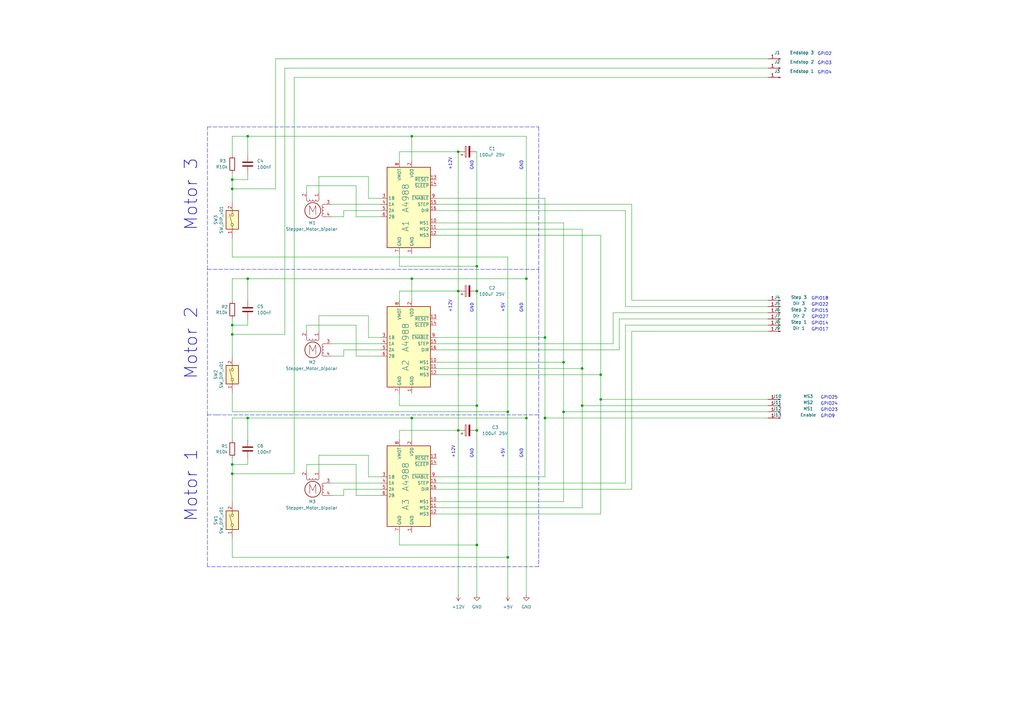
<source format=kicad_sch>
(kicad_sch (version 20211123) (generator eeschema)
  (paper "A3")
  (lib_symbols
    (symbol "Connector:Conn_01x01_Male" (pin_names (offset 1.016) hide)
      (property "Reference" "J" (at 0 2.54 0))
      (property "Value" "Conn_01x01_Male" (at 0 -2.54 0))
      (symbol "Conn_01x01_Male_1_1"
        (polyline (pts (xy 1.27 0) (xy 0.8636 0)) (stroke (width 0.1524)))
        (rectangle (start 0.8636 0.127) (end 0 -0.127) (stroke (width 0.1524)) (fill (type outline)))
        (pin passive line (at 5.08 0 180) (length 3.81) (name "Pin_1") (number "1"))
      )
    )
    (symbol "Device:C" (pin_numbers hide) (pin_names (offset 0.254))
      (property "Reference" "C" (at 0.635 2.54 0))
      (property "Value" "C" (at 0.635 -2.54 0))
      (symbol "C_0_1"
        (polyline (pts (xy -2.032 -0.762) (xy 2.032 -0.762)) (stroke (width 0.508)))
        (polyline (pts (xy -2.032 0.762) (xy 2.032 0.762)) (stroke (width 0.508)))
      )
      (symbol "C_1_1"
        (pin passive line (at 0 3.81 270) (length 2.794) (name "~") (number "1"))
        (pin passive line (at 0 -3.81 90) (length 2.794) (name "~") (number "2"))
      )
    )
    (symbol "Device:CP" (pin_numbers hide) (pin_names (offset 0.254))
      (property "Reference" "C" (at 0.635 2.54 0))
      (property "Value" "Device_CP" (at 0.635 -2.54 0))
      (symbol "CP_0_1"
        (rectangle (start -2.286 0.508) (end 2.286 1.016))
        (polyline (pts (xy -1.778 2.286) (xy -0.762 2.286)))
        (polyline (pts (xy -1.27 2.794) (xy -1.27 1.778)))
        (rectangle (start 2.286 -0.508) (end -2.286 -1.016) (fill (type outline)))
      )
      (symbol "CP_1_1"
        (pin passive line (at 0 3.81 270) (length 2.794) (name "~") (number "1"))
        (pin passive line (at 0 -3.81 90) (length 2.794) (name "~") (number "2"))
      )
    )
    (symbol "Device:R" (pin_numbers hide) (pin_names (offset 0))
      (property "Reference" "R" (at 2.032 0 90))
      (property "Value" "R" (at 0 0 90))
      (symbol "R_0_1"
        (rectangle (start -1.016 -2.54) (end 1.016 2.54) (stroke (width 0.254)))
      )
      (symbol "R_1_1"
        (pin passive line (at 0 3.81 270) (length 1.27) (name "~") (number "1"))
        (pin passive line (at 0 -3.81 90) (length 1.27) (name "~") (number "2"))
      )
    )
    (symbol "Driver_Motor:Pololu_Breakout_A4988"
      (property "Reference" "A" (at -2.54 19.05 0))
      (property "Value" "Pololu_Breakout_A4988" (at -2.54 16.51 0))
      (symbol "Pololu_Breakout_A4988_0_1"
        (rectangle (start 10.16 -17.78) (end -7.62 15.24) (stroke (width 0.254)) (fill (type background)))
      )
      (symbol "Pololu_Breakout_A4988_1_1"
        (pin power_in line (at 0 -20.32 90) (length 2.54) (name "GND") (number "1"))
        (pin input line (at -10.16 -7.62 0) (length 2.54) (name "MS1") (number "10"))
        (pin input line (at -10.16 -10.16 0) (length 2.54) (name "MS2") (number "11"))
        (pin input line (at -10.16 -12.7 0) (length 2.54) (name "MS3") (number "12"))
        (pin input line (at -10.16 10.16 0) (length 2.54) (name "~{RESET}") (number "13"))
        (pin input line (at -10.16 7.62 0) (length 2.54) (name "~{SLEEP}") (number "14"))
        (pin input line (at -10.16 0 0) (length 2.54) (name "STEP") (number "15"))
        (pin input line (at -10.16 -2.54 0) (length 2.54) (name "DIR") (number "16"))
        (pin power_in line (at 0 17.78 270) (length 2.54) (name "VDD") (number "2"))
        (pin output line (at 12.7 2.54 180) (length 2.54) (name "1B") (number "3"))
        (pin output line (at 12.7 0 180) (length 2.54) (name "1A") (number "4"))
        (pin output line (at 12.7 -2.54 180) (length 2.54) (name "2A") (number "5"))
        (pin output line (at 12.7 -5.08 180) (length 2.54) (name "2B") (number "6"))
        (pin power_in line (at 5.08 -20.32 90) (length 2.54) (name "GND") (number "7"))
        (pin power_in line (at 5.08 17.78 270) (length 2.54) (name "VMOT") (number "8"))
        (pin input line (at -10.16 2.54 0) (length 2.54) (name "~{ENABLE}") (number "9"))
      )
    )
    (symbol "GND_1" (power) (pin_names (offset 0))
      (property "Value" "GND_1" (at 0 -3.81 0))
      (symbol "GND_1_0_1"
        (polyline (pts (xy 0 0) (xy 0 -1.27) (xy 1.27 -1.27) (xy 0 -2.54) (xy -1.27 -1.27) (xy 0 -1.27)))
      )
      (symbol "GND_1_1_1"
        (pin power_in line (at 0 0 270) (length 0) hide (name "GND") (number "1"))
      )
    )
    (symbol "Motor:Stepper_Motor_bipolar" (pin_names (offset 0) hide)
      (property "Reference" "M" (at 3.81 2.54 0))
      (property "Value" "Stepper_Motor_bipolar" (at 3.81 1.27 0))
      (symbol "Stepper_Motor_bipolar_0_0"
        (polyline (pts (xy -1.27 -1.778) (xy -1.27 2.032) (xy 0 -0.508) (xy 1.27 2.032) (xy 1.27 -1.778)))
      )
      (symbol "Stepper_Motor_bipolar_0_1"
        (arc (start -4.445 -2.54) (mid -3.81 -1.905) (end -4.445 -1.27))
        (arc (start -4.445 -1.27) (mid -3.81 -0.635) (end -4.445 0))
        (arc (start -4.445 0) (mid -3.81 0.635) (end -4.445 1.27))
        (arc (start -4.445 1.27) (mid -3.81 1.905) (end -4.445 2.54))
        (arc (start -2.54 4.445) (mid -1.905 3.81) (end -1.27 4.445))
        (arc (start -1.27 4.445) (mid -0.635 3.81) (end 0 4.445))
        (polyline (pts (xy -5.08 -2.54) (xy -4.445 -2.54)))
        (polyline (pts (xy -5.08 2.54) (xy -4.445 2.54)))
        (polyline (pts (xy -2.54 5.08) (xy -2.54 4.445)))
        (polyline (pts (xy 2.54 5.08) (xy 2.54 4.445)))
        (circle (center 0 0) (radius 3.2512) (stroke (width 0.254)))
        (arc (start 0 4.445) (mid 0.635 3.81) (end 1.27 4.445))
        (arc (start 1.27 4.445) (mid 1.905 3.81) (end 2.54 4.445))
      )
      (symbol "Stepper_Motor_bipolar_1_1"
        (pin passive line (at -2.54 7.62 270) (length 2.54) (name "~") (number "1"))
        (pin passive line (at 2.54 7.62 270) (length 2.54) (name "-") (number "2"))
        (pin passive line (at -7.62 2.54 0) (length 2.54) (name "~") (number "3"))
        (pin passive line (at -7.62 -2.54 0) (length 2.54) (name "~") (number "4"))
      )
    )
    (symbol "Switch:SW_DIP_x01" (pin_names (offset 0) hide)
      (property "Reference" "SW" (at 0 3.81 0))
      (property "Value" "SW_DIP_x01" (at 0 -3.81 0))
      (symbol "SW_DIP_x01_0_0"
        (circle (center -2.032 0) (radius 0.508))
        (polyline (pts (xy -1.524 0.127) (xy 2.3622 1.1684)))
        (circle (center 2.032 0) (radius 0.508))
      )
      (symbol "SW_DIP_x01_0_1"
        (rectangle (start -3.81 2.54) (end 3.81 -2.54) (stroke (width 0.254)) (fill (type background)))
      )
      (symbol "SW_DIP_x01_1_1"
        (pin passive line (at -7.62 0 0) (length 5.08) (name "~") (number "1"))
        (pin passive line (at 7.62 0 180) (length 5.08) (name "~") (number "2"))
      )
    )
    (symbol "power:+12V" (power) (pin_names (offset 0))
      (property "Value" "+12V" (at 0 3.556 0))
      (symbol "+12V_0_1"
        (polyline (pts (xy -0.762 1.27) (xy 0 2.54)))
        (polyline (pts (xy 0 0) (xy 0 2.54)))
        (polyline (pts (xy 0 2.54) (xy 0.762 1.27)))
      )
      (symbol "+12V_1_1"
        (pin power_in line (at 0 0 90) (length 0) hide (name "+12V") (number "1"))
      )
    )
    (symbol "power:+5V" (power) (pin_names (offset 0))
      (property "Value" "+5V" (at 0 3.556 0))
      (symbol "+5V_0_1"
        (polyline (pts (xy -0.762 1.27) (xy 0 2.54)))
        (polyline (pts (xy 0 0) (xy 0 2.54)))
        (polyline (pts (xy 0 2.54) (xy 0.762 1.27)))
      )
      (symbol "+5V_1_1"
        (pin power_in line (at 0 0 90) (length 0) hide (name "+5V") (number "1"))
      )
    )
    (symbol "power:GND" (power) (pin_names (offset 0))
      (property "Value" "GND" (at 0 -3.81 0))
      (symbol "GND_0_1"
        (polyline (pts (xy 0 0) (xy 0 -1.27) (xy 1.27 -1.27) (xy 0 -2.54) (xy -1.27 -1.27) (xy 0 -1.27)))
      )
      (symbol "GND_1_1"
        (pin power_in line (at 0 0 270) (length 0) hide (name "GND") (number "1"))
      )
    )
  )
  (junction (at 101.6 114.3))
  (junction (at 195.58 176.53))
  (junction (at 95.25 77.47))
  (junction (at 246.38 163.83))
  (junction (at 246.38 153.67))
  (junction (at 168.91 114.3))
  (junction (at 238.76 166.37))
  (junction (at 187.96 119.38))
  (junction (at 215.9 171.45))
  (junction (at 168.91 55.88))
  (junction (at 101.6 171.45))
  (junction (at 95.25 194.31))
  (junction (at 95.25 190.5))
  (junction (at 95.25 73.66))
  (junction (at 95.25 133.35))
  (junction (at 223.52 138.43))
  (junction (at 101.6 55.88))
  (junction (at 168.91 171.45))
  (junction (at 215.9 114.3))
  (junction (at 195.58 119.38))
  (junction (at 195.58 109.22))
  (junction (at 187.96 176.53))
  (junction (at 238.76 151.13))
  (junction (at 231.14 168.91))
  (junction (at 223.52 171.45))
  (junction (at 195.58 166.37))
  (junction (at 208.28 228.6))
  (junction (at 195.58 223.52))
  (junction (at 187.96 62.23))
  (junction (at 95.25 137.16))
  (junction (at 231.14 148.59))
  (junction (at 208.28 168.91))
  (wire (pts (xy 187.96 119.38) (xy 187.96 176.53)))
  (polyline (pts (xy 220.98 110.49) (xy 220.98 170.18)))
  (wire (pts (xy 95.25 137.16) (xy 116.84 137.16)))
  (wire (pts (xy 120.65 194.31) (xy 120.65 31.75)))
  (wire (pts (xy 146.05 76.2) (xy 125.73 76.2)))
  (wire (pts (xy 163.83 161.29) (xy 163.83 166.37)))
  (wire (pts (xy 246.38 153.67) (xy 246.38 163.83)))
  (wire (pts (xy 151.13 81.28) (xy 156.21 81.28)))
  (wire (pts (xy 179.07 83.82) (xy 259.08 83.82)))
  (wire (pts (xy 251.46 140.97) (xy 251.46 128.27)))
  (wire (pts (xy 130.81 72.39) (xy 151.13 72.39)))
  (wire (pts (xy 135.89 146.05) (xy 140.97 146.05)))
  (wire (pts (xy 223.52 171.45) (xy 314.96 171.45)))
  (wire (pts (xy 179.07 81.28) (xy 223.52 81.28)))
  (wire (pts (xy 156.21 83.82) (xy 135.89 83.82)))
  (wire (pts (xy 179.07 91.44) (xy 231.14 91.44)))
  (wire (pts (xy 130.81 78.74) (xy 130.81 72.39)))
  (wire (pts (xy 256.54 133.35) (xy 314.96 133.35)))
  (wire (pts (xy 95.25 187.96) (xy 95.25 190.5)))
  (wire (pts (xy 125.73 190.5) (xy 125.73 193.04)))
  (wire (pts (xy 95.25 73.66) (xy 95.25 77.47)))
  (wire (pts (xy 95.25 180.34) (xy 95.25 171.45)))
  (polyline (pts (xy 85.09 110.49) (xy 85.09 52.07)))
  (wire (pts (xy 95.25 228.6) (xy 208.28 228.6)))
  (wire (pts (xy 179.07 208.28) (xy 238.76 208.28)))
  (wire (pts (xy 146.05 190.5) (xy 125.73 190.5)))
  (polyline (pts (xy 220.98 232.41) (xy 85.09 232.41)))
  (wire (pts (xy 238.76 166.37) (xy 314.96 166.37)))
  (wire (pts (xy 259.08 83.82) (xy 259.08 123.19)))
  (wire (pts (xy 179.07 198.12) (xy 256.54 198.12)))
  (wire (pts (xy 163.83 66.04) (xy 163.83 62.23)))
  (wire (pts (xy 195.58 109.22) (xy 195.58 119.38)))
  (wire (pts (xy 95.25 55.88) (xy 95.25 63.5)))
  (wire (pts (xy 146.05 133.35) (xy 125.73 133.35)))
  (wire (pts (xy 179.07 93.98) (xy 238.76 93.98)))
  (wire (pts (xy 168.91 55.88) (xy 168.91 66.04)))
  (wire (pts (xy 95.25 168.91) (xy 208.28 168.91)))
  (wire (pts (xy 179.07 86.36) (xy 256.54 86.36)))
  (wire (pts (xy 151.13 129.54) (xy 151.13 138.43)))
  (wire (pts (xy 95.25 130.81) (xy 95.25 133.35)))
  (wire (pts (xy 231.14 168.91) (xy 231.14 205.74)))
  (wire (pts (xy 95.25 114.3) (xy 101.6 114.3)))
  (wire (pts (xy 259.08 135.89) (xy 314.96 135.89)))
  (wire (pts (xy 179.07 140.97) (xy 251.46 140.97)))
  (wire (pts (xy 156.21 88.9) (xy 146.05 88.9)))
  (wire (pts (xy 101.6 187.96) (xy 101.6 190.5)))
  (polyline (pts (xy 85.09 52.07) (xy 220.98 52.07)))
  (wire (pts (xy 156.21 198.12) (xy 135.89 198.12)))
  (wire (pts (xy 163.83 223.52) (xy 195.58 223.52)))
  (wire (pts (xy 259.08 123.19) (xy 314.96 123.19)))
  (wire (pts (xy 223.52 138.43) (xy 223.52 171.45)))
  (wire (pts (xy 140.97 203.2) (xy 140.97 200.66)))
  (wire (pts (xy 101.6 114.3) (xy 168.91 114.3)))
  (wire (pts (xy 163.83 166.37) (xy 195.58 166.37)))
  (wire (pts (xy 163.83 104.14) (xy 163.83 109.22)))
  (wire (pts (xy 101.6 114.3) (xy 101.6 123.19)))
  (wire (pts (xy 95.25 77.47) (xy 113.03 77.47)))
  (wire (pts (xy 238.76 166.37) (xy 238.76 208.28)))
  (wire (pts (xy 231.14 91.44) (xy 231.14 148.59)))
  (wire (pts (xy 163.83 123.19) (xy 163.83 119.38)))
  (wire (pts (xy 95.25 133.35) (xy 95.25 137.16)))
  (wire (pts (xy 208.28 228.6) (xy 208.28 243.84)))
  (wire (pts (xy 246.38 163.83) (xy 246.38 210.82)))
  (polyline (pts (xy 85.09 232.41) (xy 85.09 170.18)))
  (wire (pts (xy 179.07 151.13) (xy 238.76 151.13)))
  (wire (pts (xy 256.54 198.12) (xy 256.54 133.35)))
  (wire (pts (xy 95.25 97.79) (xy 95.25 105.41)))
  (wire (pts (xy 195.58 176.53) (xy 195.58 223.52)))
  (wire (pts (xy 130.81 129.54) (xy 151.13 129.54)))
  (wire (pts (xy 95.25 205.74) (xy 95.25 194.31)))
  (wire (pts (xy 146.05 146.05) (xy 146.05 133.35)))
  (wire (pts (xy 195.58 62.23) (xy 195.58 109.22)))
  (polyline (pts (xy 85.09 170.18) (xy 88.9 170.18)))
  (wire (pts (xy 179.07 96.52) (xy 246.38 96.52)))
  (wire (pts (xy 187.96 62.23) (xy 187.96 119.38)))
  (wire (pts (xy 95.25 114.3) (xy 95.25 123.19)))
  (wire (pts (xy 238.76 151.13) (xy 238.76 93.98)))
  (wire (pts (xy 208.28 105.41) (xy 208.28 168.91)))
  (wire (pts (xy 101.6 130.81) (xy 101.6 133.35)))
  (wire (pts (xy 179.07 195.58) (xy 223.52 195.58)))
  (wire (pts (xy 125.73 133.35) (xy 125.73 135.89)))
  (wire (pts (xy 101.6 55.88) (xy 168.91 55.88)))
  (wire (pts (xy 231.14 148.59) (xy 231.14 168.91)))
  (wire (pts (xy 135.89 203.2) (xy 140.97 203.2)))
  (wire (pts (xy 120.65 31.75) (xy 314.96 31.75)))
  (wire (pts (xy 163.83 119.38) (xy 187.96 119.38)))
  (wire (pts (xy 95.25 171.45) (xy 101.6 171.45)))
  (wire (pts (xy 140.97 146.05) (xy 140.97 143.51)))
  (wire (pts (xy 215.9 171.45) (xy 215.9 243.84)))
  (wire (pts (xy 156.21 146.05) (xy 146.05 146.05)))
  (wire (pts (xy 95.25 220.98) (xy 95.25 228.6)))
  (wire (pts (xy 116.84 137.16) (xy 116.84 27.94)))
  (polyline (pts (xy 220.98 52.07) (xy 220.98 110.49)))
  (polyline (pts (xy 88.9 170.18) (xy 220.98 170.18)))
  (wire (pts (xy 256.54 86.36) (xy 256.54 125.73)))
  (wire (pts (xy 163.83 218.44) (xy 163.83 223.52)))
  (wire (pts (xy 113.03 77.47) (xy 113.03 24.13)))
  (wire (pts (xy 168.91 114.3) (xy 168.91 123.19)))
  (wire (pts (xy 116.84 27.94) (xy 314.96 27.94)))
  (wire (pts (xy 95.25 190.5) (xy 101.6 190.5)))
  (wire (pts (xy 156.21 140.97) (xy 135.89 140.97)))
  (wire (pts (xy 168.91 114.3) (xy 215.9 114.3)))
  (wire (pts (xy 140.97 86.36) (xy 156.21 86.36)))
  (wire (pts (xy 163.83 62.23) (xy 187.96 62.23)))
  (wire (pts (xy 101.6 171.45) (xy 101.6 180.34)))
  (polyline (pts (xy 85.09 170.18) (xy 85.09 110.49)))
  (wire (pts (xy 179.07 210.82) (xy 246.38 210.82)))
  (wire (pts (xy 101.6 55.88) (xy 101.6 63.5)))
  (wire (pts (xy 95.25 133.35) (xy 101.6 133.35)))
  (wire (pts (xy 95.25 71.12) (xy 95.25 73.66)))
  (wire (pts (xy 179.07 148.59) (xy 231.14 148.59)))
  (wire (pts (xy 125.73 76.2) (xy 125.73 78.74)))
  (wire (pts (xy 254 130.81) (xy 314.96 130.81)))
  (wire (pts (xy 95.25 105.41) (xy 208.28 105.41)))
  (wire (pts (xy 163.83 109.22) (xy 195.58 109.22)))
  (wire (pts (xy 251.46 128.27) (xy 314.96 128.27)))
  (wire (pts (xy 101.6 171.45) (xy 168.91 171.45)))
  (wire (pts (xy 151.13 195.58) (xy 156.21 195.58)))
  (wire (pts (xy 256.54 125.73) (xy 314.96 125.73)))
  (wire (pts (xy 151.13 138.43) (xy 156.21 138.43)))
  (polyline (pts (xy 85.09 110.49) (xy 220.98 110.49)))
  (wire (pts (xy 130.81 193.04) (xy 130.81 186.69)))
  (wire (pts (xy 254 143.51) (xy 254 130.81)))
  (wire (pts (xy 231.14 168.91) (xy 314.96 168.91)))
  (wire (pts (xy 130.81 135.89) (xy 130.81 129.54)))
  (wire (pts (xy 163.83 176.53) (xy 187.96 176.53)))
  (wire (pts (xy 140.97 88.9) (xy 140.97 86.36)))
  (wire (pts (xy 156.21 203.2) (xy 146.05 203.2)))
  (wire (pts (xy 101.6 71.12) (xy 101.6 73.66)))
  (wire (pts (xy 208.28 168.91) (xy 208.28 228.6)))
  (wire (pts (xy 146.05 203.2) (xy 146.05 190.5)))
  (wire (pts (xy 195.58 223.52) (xy 195.58 243.84)))
  (wire (pts (xy 95.25 82.55) (xy 95.25 77.47)))
  (wire (pts (xy 95.25 194.31) (xy 120.65 194.31)))
  (wire (pts (xy 246.38 96.52) (xy 246.38 153.67)))
  (wire (pts (xy 179.07 205.74) (xy 231.14 205.74)))
  (wire (pts (xy 238.76 151.13) (xy 238.76 166.37)))
  (wire (pts (xy 135.89 88.9) (xy 140.97 88.9)))
  (wire (pts (xy 179.07 200.66) (xy 259.08 200.66)))
  (wire (pts (xy 168.91 171.45) (xy 215.9 171.45)))
  (wire (pts (xy 95.25 146.05) (xy 95.25 137.16)))
  (wire (pts (xy 187.96 176.53) (xy 187.96 243.84)))
  (wire (pts (xy 140.97 143.51) (xy 156.21 143.51)))
  (wire (pts (xy 223.52 171.45) (xy 223.52 195.58)))
  (wire (pts (xy 163.83 180.34) (xy 163.83 176.53)))
  (wire (pts (xy 146.05 88.9) (xy 146.05 76.2)))
  (wire (pts (xy 259.08 200.66) (xy 259.08 135.89)))
  (wire (pts (xy 151.13 186.69) (xy 151.13 195.58)))
  (wire (pts (xy 101.6 73.66) (xy 95.25 73.66)))
  (wire (pts (xy 223.52 81.28) (xy 223.52 138.43)))
  (wire (pts (xy 113.03 24.13) (xy 314.96 24.13)))
  (wire (pts (xy 95.25 55.88) (xy 101.6 55.88)))
  (wire (pts (xy 95.25 190.5) (xy 95.25 194.31)))
  (wire (pts (xy 140.97 200.66) (xy 156.21 200.66)))
  (polyline (pts (xy 220.98 170.18) (xy 220.98 232.41)))
  (wire (pts (xy 215.9 55.88) (xy 215.9 114.3)))
  (wire (pts (xy 179.07 153.67) (xy 246.38 153.67)))
  (wire (pts (xy 179.07 138.43) (xy 223.52 138.43)))
  (wire (pts (xy 168.91 171.45) (xy 168.91 180.34)))
  (wire (pts (xy 130.81 186.69) (xy 151.13 186.69)))
  (wire (pts (xy 179.07 143.51) (xy 254 143.51)))
  (wire (pts (xy 95.25 161.29) (xy 95.25 168.91)))
  (wire (pts (xy 195.58 119.38) (xy 195.58 166.37)))
  (wire (pts (xy 195.58 166.37) (xy 195.58 176.53)))
  (wire (pts (xy 215.9 114.3) (xy 215.9 171.45)))
  (wire (pts (xy 168.91 55.88) (xy 215.9 55.88)))
  (wire (pts (xy 151.13 72.39) (xy 151.13 81.28)))
  (wire (pts (xy 246.38 163.83) (xy 314.96 163.83)))
  (text "+12V" (at 185.42 128.27 90) (effects (font (size 1.27 1.27)) (justify left bottom)))
  (text "+12V" (at 185.42 69.85 90) (effects (font (size 1.27 1.27)) (justify left bottom)))
  (text "+5V\n" (at 207.01 187.96 90) (effects (font (size 1.27 1.27)) (justify left bottom)))
  (text "+12V" (at 186.69 187.96 90) (effects (font (size 1.27 1.27)) (justify left bottom)))
  (text "GPIO24" (at 336.55 166.37 0) (effects (font (size 1.27 1.27)) (justify left bottom)))
  (text "GND" (at 194.31 69.85 90) (effects (font (size 1.27 1.27)) (justify left bottom)))
  (text "GPIO9" (at 336.55 171.45 0) (effects (font (size 1.27 1.27)) (justify left bottom)))
  (text "GPIO22" (at 332.74 125.73 0) (effects (font (size 1.27 1.27)) (justify left bottom)))
  (text "GND" (at 194.31 128.27 90) (effects (font (size 1.27 1.27)) (justify left bottom)))
  (text "GPIO27" (at 332.74 130.81 0) (effects (font (size 1.27 1.27)) (justify left bottom)))
  (text "Motor 1" (at 81.28 184.15 270) (effects (font (size 5.08 5.08) (thickness 0.254) bold) (justify right bottom)))
  (text "+5V\n" (at 207.01 128.27 90) (effects (font (size 1.27 1.27)) (justify left bottom)))
  (text "GPIO4" (at 335.28 30.48 0) (effects (font (size 1.27 1.27)) (justify left bottom)))
  (text "GND" (at 214.63 187.96 90) (effects (font (size 1.27 1.27)) (justify left bottom)))
  (text "GND" (at 194.31 187.96 90) (effects (font (size 1.27 1.27)) (justify left bottom)))
  (text "GPIO17" (at 332.74 135.89 0) (effects (font (size 1.27 1.27)) (justify left bottom)))
  (text "GPIO15" (at 332.74 128.27 0) (effects (font (size 1.27 1.27)) (justify left bottom)))
  (text "Motor 3" (at 81.28 64.77 270) (effects (font (size 5.08 5.08) (thickness 0.254) bold) (justify right bottom)))
  (text "GPIO18" (at 332.74 123.19 0) (effects (font (size 1.27 1.27)) (justify left bottom)))
  (text "GND" (at 214.63 128.27 90) (effects (font (size 1.27 1.27)) (justify left bottom)))
  (text "GPIO14" (at 332.74 133.35 0) (effects (font (size 1.27 1.27)) (justify left bottom)))
  (text "GPIO23" (at 336.55 168.91 0) (effects (font (size 1.27 1.27)) (justify left bottom)))
  (text "GPIO2" (at 335.28 22.86 0) (effects (font (size 1.27 1.27)) (justify left bottom)))
  (text "GPIO3" (at 335.28 26.67 0) (effects (font (size 1.27 1.27)) (justify left bottom)))
  (text "Motor 2" (at 81.28 125.73 270) (effects (font (size 5.08 5.08) (thickness 0.254) bold) (justify right bottom)))
  (text "GND" (at 214.63 69.85 90) (effects (font (size 1.27 1.27)) (justify left bottom)))
  (text "GPIO25" (at 336.55 163.83 0) (effects (font (size 1.27 1.27)) (justify left bottom)))
  (symbol (lib_id "Driver_Motor:Pololu_Breakout_A4988") (at 168.91 83.82 0) (mirror y) (unit 1)
    (property "Reference" "A1" (at 166.37 92.71 90) (effects (font (size 2.54 2.54))))
    (property "Value" "A4988" (at 166.37 81.28 90) (effects (font (size 2.54 2.54))))
    (property "Footprint" "Module:Pololu_Breakout-16_15.2x20.3mm" (effects hide))
    (property "Datasheet" "https://www.pololu.com/product/2980/pictures" (effects hide))
  )
  (symbol (lib_id "Motor:Stepper_Motor_bipolar") (at 128.27 86.36 0) (mirror y) (unit 1)
    (property "Reference" "M1" (at 129.54 91.44 0) (effects (justify left)))
    (property "Value" "Stepper_Motor_bipolar" (at 138.43 93.98 0) (effects (justify left)))
    (property "Datasheet" "http://www.infineon.com/dgdl/Application-Note-TLE8110EE_driving_UniPolarStepperMotor_V1.1.pdf?fileId=db3a30431be39b97011be5d0aa0a00b0" (effects hide))
  )
  (symbol (lib_id "Device:CP") (at 191.77 62.23 90) (unit 1)
    (property "Reference" "C1" (at 203.2 60.96 90) (effects (justify left)))
    (property "Value" "100uF 25V" (at 207.01 63.5 90) (effects (justify left)))
  )
  (symbol (lib_id "Driver_Motor:Pololu_Breakout_A4988") (at 168.91 140.97 0) (mirror y) (unit 1)
    (property "Reference" "A2" (at 166.37 149.86 90) (effects (font (size 2.54 2.54))))
    (property "Value" "A4988" (at 166.37 138.43 90) (effects (font (size 2.54 2.54))))
    (property "Footprint" "Module:Pololu_Breakout-16_15.2x20.3mm" (effects hide))
    (property "Datasheet" "https://www.pololu.com/product/2980/pictures" (effects hide))
  )
  (symbol (lib_id "Motor:Stepper_Motor_bipolar") (at 128.27 143.51 0) (mirror y) (unit 1)
    (property "Reference" "M2" (at 129.54 148.59 0) (effects (justify left)))
    (property "Value" "Stepper_Motor_bipolar" (at 138.43 151.13 0) (effects (justify left)))
    (property "Datasheet" "http://www.infineon.com/dgdl/Application-Note-TLE8110EE_driving_UniPolarStepperMotor_V1.1.pdf?fileId=db3a30431be39b97011be5d0aa0a00b0" (effects hide))
  )
  (symbol (lib_id "Device:CP") (at 191.77 119.38 90) (unit 1)
    (property "Reference" "C2" (at 203.2 118.11 90) (effects (justify left)))
    (property "Value" "100uF 25V" (at 207.01 120.65 90) (effects (justify left)))
  )
  (symbol (lib_id "Driver_Motor:Pololu_Breakout_A4988") (at 168.91 198.12 0) (mirror y) (unit 1)
    (property "Reference" "A3" (at 166.37 207.01 90) (effects (font (size 2.54 2.54))))
    (property "Value" "A4988" (at 166.37 195.58 90) (effects (font (size 2.54 2.54))))
    (property "Footprint" "Module:Pololu_Breakout-16_15.2x20.3mm" (effects hide))
    (property "Datasheet" "https://www.pololu.com/product/2980/pictures" (effects hide))
  )
  (symbol (lib_id "Motor:Stepper_Motor_bipolar") (at 128.27 200.66 0) (mirror y) (unit 1)
    (property "Reference" "M3" (at 129.54 205.74 0) (effects (justify left)))
    (property "Value" "Stepper_Motor_bipolar" (at 138.43 208.28 0) (effects (justify left)))
    (property "Datasheet" "http://www.infineon.com/dgdl/Application-Note-TLE8110EE_driving_UniPolarStepperMotor_V1.1.pdf?fileId=db3a30431be39b97011be5d0aa0a00b0" (effects hide))
  )
  (symbol (lib_id "Switch:SW_DIP_x01") (at 95.25 213.36 90) (unit 1)
    (property "Reference" "SW1" (at 88.4682 213.36 0))
    (property "Value" "SW_DIP_x01" (at 90.7796 213.36 0))
  )
  (symbol (lib_id "Device:R") (at 95.25 184.15 180) (unit 1)
    (property "Reference" "R10k" (at 93.472 185.3184 0) (effects (justify left)))
    (property "Value" "R1" (at 93.472 183.007 0) (effects (justify left)))
  )
  (symbol (lib_id "Device:CP") (at 191.77 176.53 90) (unit 1)
    (property "Reference" "C3" (at 204.47 175.26 90) (effects (justify left)))
    (property "Value" "100uF 25V" (at 208.28 177.8 90) (effects (justify left)))
  )
  (symbol (lib_id "Switch:SW_DIP_x01") (at 95.25 153.67 90) (unit 1)
    (property "Reference" "SW2" (at 88.4682 153.67 0))
    (property "Value" "SW_DIP_x01" (at 90.7796 153.67 0))
  )
  (symbol (lib_id "Device:R") (at 95.25 127 180) (unit 1)
    (property "Reference" "R10k" (at 93.472 128.1684 0) (effects (justify left)))
    (property "Value" "R2" (at 93.472 125.857 0) (effects (justify left)))
  )
  (symbol (lib_id "Switch:SW_DIP_x01") (at 95.25 90.17 90) (unit 1)
    (property "Reference" "SW3" (at 88.4682 90.17 0))
    (property "Value" "SW_DIP_x01" (at 90.7796 90.17 0))
  )
  (symbol (lib_id "Device:R") (at 95.25 67.31 180) (unit 1)
    (property "Reference" "R10k" (at 93.472 68.4784 0) (effects (justify left)))
    (property "Value" "R3" (at 92.71 66.04 0) (effects (justify left)))
  )
  (symbol (lib_id "power:GND") (at 195.58 243.84 0) (unit 1)
    (property "Reference" "#PWR?" (effects hide))
    (property "Value" "GND" (at 195.58 248.92 0))
  )
  (symbol (lib_id "Connector:Conn_01x01_Male") (at 320.04 24.13 180) (unit 1)
    (property "Reference" "J1" (at 318.77 21.59 0))
    (property "Value" "Endstop 3" (at 328.93 21.59 0))
  )
  (symbol (lib_id "Connector:Conn_01x01_Male") (at 320.04 125.73 180) (unit 1)
    (property "Reference" "J5" (at 318.77 124.46 0))
    (property "Value" "Dir 3" (at 327.66 124.46 0))
  )
  (symbol (lib_id "power:+5V") (at 208.28 243.84 180) (unit 1)
    (property "Reference" "#PWR?" (effects hide))
    (property "Value" "+5V" (at 208.28 248.92 0))
  )
  (symbol (lib_id "Connector:Conn_01x01_Male") (at 320.04 133.35 180) (unit 1)
    (property "Reference" "J8" (at 318.77 132.08 0))
    (property "Value" "Step 1" (at 327.66 132.08 0))
  )
  (symbol (lib_id "Device:C") (at 101.6 184.15 0) (unit 1)
    (property "Reference" "C6" (at 105.41 182.8799 0) (effects (justify left)))
    (property "Value" "100nF" (at 105.41 185.4199 0) (effects (justify left)))
  )
  (symbol (lib_name "GND_1") (lib_id "power:GND") (at 215.9 243.84 0) (unit 1)
    (property "Reference" "#PWR?" (effects hide))
    (property "Value" "GND" (at 215.9 248.92 0))
  )
  (symbol (lib_id "Connector:Conn_01x01_Male") (at 320.04 171.45 180) (unit 1)
    (property "Reference" "J13" (at 318.77 170.18 0))
    (property "Value" "Enable" (at 331.47 170.18 0))
  )
  (symbol (lib_id "Connector:Conn_01x01_Male") (at 320.04 166.37 180) (unit 1)
    (property "Reference" "J11" (at 318.77 165.1 0))
    (property "Value" "MS2" (at 331.47 165.1 0))
  )
  (symbol (lib_id "Device:C") (at 101.6 127 0) (unit 1)
    (property "Reference" "C5" (at 105.41 125.7299 0) (effects (justify left)))
    (property "Value" "100nF" (at 105.41 128.2699 0) (effects (justify left)))
  )
  (symbol (lib_id "Connector:Conn_01x01_Male") (at 320.04 27.94 180) (unit 1)
    (property "Reference" "J2" (at 318.77 25.4 0))
    (property "Value" "Endstop 2" (at 328.93 25.4 0))
  )
  (symbol (lib_id "Connector:Conn_01x01_Male") (at 320.04 163.83 180) (unit 1)
    (property "Reference" "J10" (at 318.77 162.56 0))
    (property "Value" "MS3" (at 331.47 162.56 0))
  )
  (symbol (lib_id "Device:C") (at 101.6 67.31 0) (unit 1)
    (property "Reference" "C4" (at 105.41 66.0399 0) (effects (justify left)))
    (property "Value" "100nF" (at 105.41 68.5799 0) (effects (justify left)))
  )
  (symbol (lib_id "Connector:Conn_01x01_Male") (at 320.04 168.91 180) (unit 1)
    (property "Reference" "J12" (at 318.77 167.64 0))
    (property "Value" "MS1" (at 331.47 167.64 0))
  )
  (symbol (lib_id "Connector:Conn_01x01_Male") (at 320.04 123.19 180) (unit 1)
    (property "Reference" "J4" (at 318.77 121.92 0))
    (property "Value" "Step 3" (at 327.66 121.92 0))
  )
  (symbol (lib_id "power:+12V") (at 187.96 243.84 180) (unit 1)
    (property "Reference" "#PWR?" (effects hide))
    (property "Value" "+12V" (at 187.96 248.92 0))
  )
  (symbol (lib_id "Connector:Conn_01x01_Male") (at 320.04 128.27 180) (unit 1)
    (property "Reference" "J6" (at 318.77 127 0))
    (property "Value" "Step 2" (at 327.66 127 0))
  )
  (symbol (lib_id "Connector:Conn_01x01_Male") (at 320.04 135.89 180) (unit 1)
    (property "Reference" "J9" (at 318.77 134.62 0))
    (property "Value" "Dir 1" (at 327.66 134.62 0))
  )
  (symbol (lib_id "Connector:Conn_01x01_Male") (at 320.04 130.81 180) (unit 1)
    (property "Reference" "J7" (at 318.77 129.54 0))
    (property "Value" "Dir 2" (at 327.66 129.54 0))
  )
  (symbol (lib_id "Connector:Conn_01x01_Male") (at 320.04 31.75 180) (unit 1)
    (property "Reference" "J3" (at 318.77 29.21 0))
    (property "Value" "Endstop 1" (at 328.93 29.21 0))
  )
)
</source>
